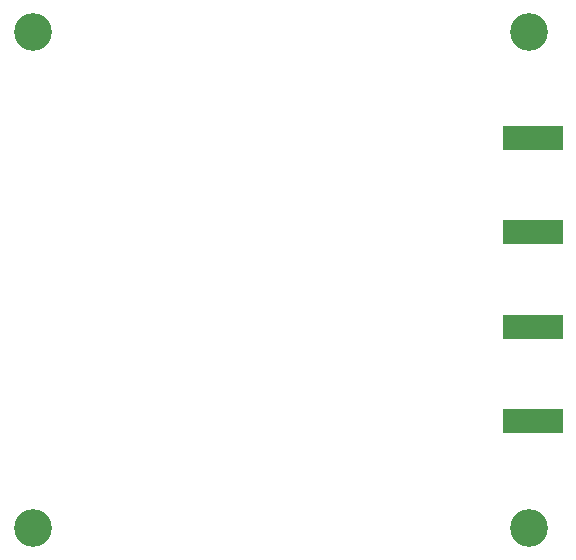
<source format=gbs>
G04 #@! TF.GenerationSoftware,KiCad,Pcbnew,9.0.1*
G04 #@! TF.CreationDate,2025-06-27T23:51:54+02:00*
G04 #@! TF.ProjectId,NPI,4e50492e-6b69-4636-9164-5f7063625858,rev?*
G04 #@! TF.SameCoordinates,Original*
G04 #@! TF.FileFunction,Soldermask,Bot*
G04 #@! TF.FilePolarity,Negative*
%FSLAX46Y46*%
G04 Gerber Fmt 4.6, Leading zero omitted, Abs format (unit mm)*
G04 Created by KiCad (PCBNEW 9.0.1) date 2025-06-27 23:51:54*
%MOMM*%
%LPD*%
G01*
G04 APERTURE LIST*
%ADD10R,5.080000X2.000000*%
%ADD11C,3.200000*%
G04 APERTURE END LIST*
D10*
X83337500Y-113000000D03*
X83337500Y-105000000D03*
D11*
X83000000Y-96000000D03*
X83000000Y-138000000D03*
X41000000Y-138000000D03*
X41000000Y-96000000D03*
D10*
X83337500Y-121000000D03*
X83337500Y-129000000D03*
M02*

</source>
